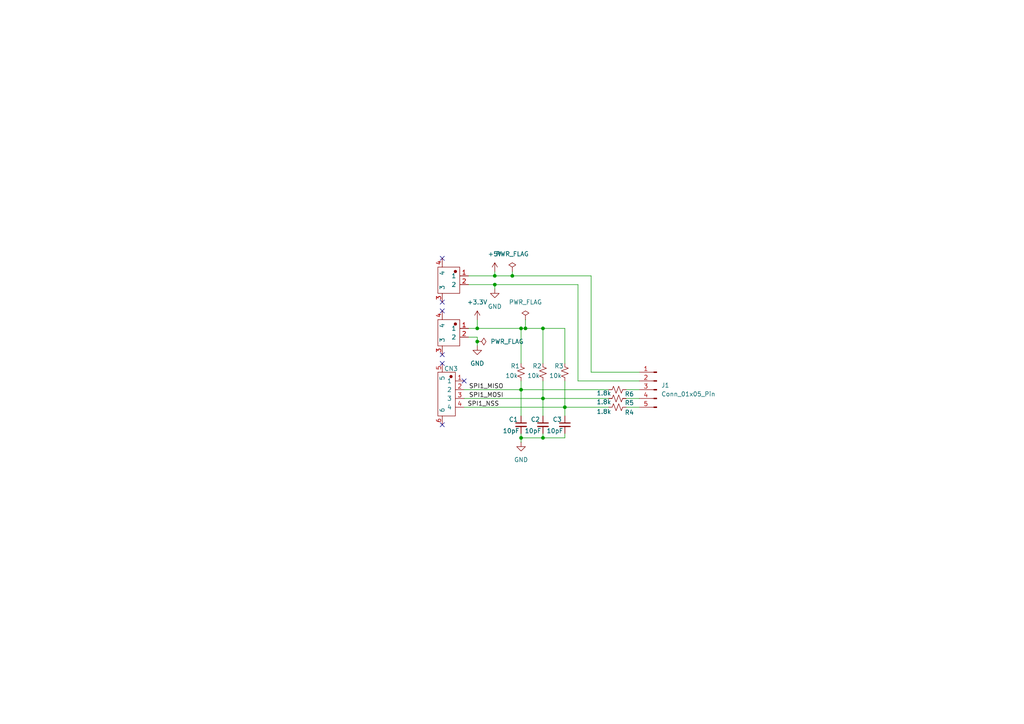
<source format=kicad_sch>
(kicad_sch (version 20250114) (generator "eeschema") (generator_version "9.0")
  (paper "A4")
  (title_block (title "HallConnector") (date "2025-04-08") (rev "Rick") (company "Caw"))
  (lib_symbols
    (symbol "Connector:Conn_01x05_Pin" (pin_names (offset 1.016) (hide yes))
      (property "Reference" "J" (at 0 7.62 0))
      (property "Value" "Conn_01x05_Pin" (at 0 -7.62 0))
      (symbol "Conn_01x05_Pin_1_1"
        (rectangle (start 0.8636 5.207) (end 0 4.953) (stroke (width 0.1524)) (fill (type outline)))
        (rectangle (start 0.8636 2.667) (end 0 2.413) (stroke (width 0.1524)) (fill (type outline)))
        (rectangle (start 0.8636 0.127) (end 0 -0.127) (stroke (width 0.1524)) (fill (type outline)))
        (rectangle (start 0.8636 -2.413) (end 0 -2.667) (stroke (width 0.1524)) (fill (type outline)))
        (rectangle (start 0.8636 -4.953) (end 0 -5.207) (stroke (width 0.1524)) (fill (type outline)))
        (polyline (pts (xy 1.27 5.08) (xy 0.8636 5.08)) (stroke (width 0.1524)))
        (polyline (pts (xy 1.27 2.54) (xy 0.8636 2.54)) (stroke (width 0.1524)))
        (polyline (pts (xy 1.27 0) (xy 0.8636 0)) (stroke (width 0.1524)))
        (polyline (pts (xy 1.27 -2.54) (xy 0.8636 -2.54)) (stroke (width 0.1524)))
        (polyline (pts (xy 1.27 -5.08) (xy 0.8636 -5.08)) (stroke (width 0.1524)))
        (pin passive line (at 5.08 5.08 180) (length 3.81) (name "Pin_1") (number "1"))
        (pin passive line (at 5.08 2.54 180) (length 3.81) (name "Pin_2") (number "2"))
        (pin passive line (at 5.08 0 180) (length 3.81) (name "Pin_3") (number "3"))
        (pin passive line (at 5.08 -2.54 180) (length 3.81) (name "Pin_4") (number "4"))
        (pin passive line (at 5.08 -5.08 180) (length 3.81) (name "Pin_5") (number "5"))
      )
    )
    (symbol "Device:C_Small" (pin_numbers (hide yes)) (pin_names (offset 0.254) (hide yes))
      (property "Reference" "C" (at 0.254 1.778 0))
      (property "Value" "C_Small" (at 0.254 -2.032 0))
      (symbol "C_Small_0_1"
        (polyline (pts (xy -1.524 0.508) (xy 1.524 0.508)) (stroke (width 0.3048)))
        (polyline (pts (xy -1.524 -0.508) (xy 1.524 -0.508)) (stroke (width 0.3302)))
      )
      (symbol "C_Small_1_1"
        (pin passive line (at 0 2.54 270) (length 2.032) (name "~") (number "1"))
        (pin passive line (at 0 -2.54 90) (length 2.032) (name "~") (number "2"))
      )
    )
    (symbol "Device:R_Small_US" (pin_numbers (hide yes)) (pin_names (offset 0.254) (hide yes))
      (property "Reference" "R" (at 0.762 0.508 0))
      (property "Value" "R_Small_US" (at 0.762 -1.016 0))
      (symbol "R_Small_US_1_1"
        (polyline (pts (xy 0 1.524) (xy 1.016 1.143) (xy 0 0.762) (xy -1.016 0.381) (xy 0 0)))
        (polyline (pts (xy 0 0) (xy 1.016 -0.381) (xy 0 -0.762) (xy -1.016 -1.143) (xy 0 -1.524)))
        (pin passive line (at 0 2.54 270) (length 1.016) (name "~") (number "1"))
        (pin passive line (at 0 -2.54 90) (length 1.016) (name "~") (number "2"))
      )
    )
    (symbol "Rick_Connector:WAFER-SH1.0-2PWB" (pin_names (offset 1.016))
      (property "Reference" "U" (at 0 9.144 0))
      (property "Value" "WAFER-SH1.0-2PWB" (at 0 14.224 0))
      (symbol "WAFER-SH1.0-2PWB_1_1"
        (rectangle (start -1.27 3.81) (end 5.08 -3.81) (stroke (width 0.1524)))
        (circle (center 0 2.54) (radius 0.381) (stroke (width 0.1524)) (fill (type outline)))
        (pin input line (at -3.81 1.27 0) (length 2.54) (name "1") (number "1"))
        (pin input line (at -3.81 -1.27 0) (length 2.54) (name "2") (number "2"))
        (pin input line (at 3.81 6.35 270) (length 2.54) (name "4") (number "4"))
        (pin input line (at 3.81 -6.35 90) (length 2.54) (name "3") (number "3"))
      )
    )
    (symbol "Rick_Connector:WAFER-SH1.0-4PWB" (pin_names (offset 1.016))
      (property "Reference" "CN" (at 0 11.7094 0))
      (property "Value" "WAFER-SH1.0-4PWB" (at 0 16.7894 0))
      (symbol "WAFER-SH1.0-4PWB_1_1"
        (rectangle (start -1.27 6.35) (end 3.81 -6.35) (stroke (width 0.1524)))
        (circle (center 0 5.08) (radius 0.381) (stroke (width 0.1524)) (fill (type outline)))
        (pin input line (at -3.81 3.81 0) (length 2.54) (name "1") (number "1"))
        (pin input line (at -3.81 1.27 0) (length 2.54) (name "2") (number "2"))
        (pin input line (at -3.81 -1.27 0) (length 2.54) (name "3") (number "3"))
        (pin input line (at -3.81 -3.81 0) (length 2.54) (name "4") (number "4"))
        (pin input line (at 2.54 8.89 270) (length 2.54) (name "5") (number "5"))
        (pin input line (at 2.54 -8.89 90) (length 2.54) (name "6") (number "6"))
      )
    )
    (symbol "power:+3.3V" (power) (pin_numbers (hide yes)) (pin_names (offset 0) (hide yes))
      (property "Value" "+3.3V" (at 0 3.556 0))
      (symbol "+3.3V_0_1"
        (polyline (pts (xy -0.762 1.27) (xy 0 2.54)))
        (polyline (pts (xy 0 2.54) (xy 0.762 1.27)))
        (polyline (pts (xy 0 0) (xy 0 2.54)))
      )
      (symbol "+3.3V_1_1"
        (pin power_in line (at 0 0 90) (length 0) (name "~") (number "1"))
      )
    )
    (symbol "power:+5V" (power) (pin_numbers (hide yes)) (pin_names (offset 0) (hide yes))
      (property "Value" "+5V" (at 0 3.556 0))
      (symbol "+5V_0_1"
        (polyline (pts (xy -0.762 1.27) (xy 0 2.54)))
        (polyline (pts (xy 0 2.54) (xy 0.762 1.27)))
        (polyline (pts (xy 0 0) (xy 0 2.54)))
      )
      (symbol "+5V_1_1"
        (pin power_in line (at 0 0 90) (length 0) (name "~") (number "1"))
      )
    )
    (symbol "power:GND" (power) (pin_numbers (hide yes)) (pin_names (offset 0) (hide yes))
      (property "Value" "GND" (at 0 -3.81 0))
      (symbol "GND_0_1"
        (polyline (pts (xy 0 0) (xy 0 -1.27) (xy 1.27 -1.27) (xy 0 -2.54) (xy -1.27 -1.27) (xy 0 -1.27)))
      )
      (symbol "GND_1_1"
        (pin power_in line (at 0 0 270) (length 0) (name "~") (number "1"))
      )
    )
    (symbol "power:PWR_FLAG" (power) (pin_numbers (hide yes)) (pin_names (offset 0) (hide yes))
      (property "Value" "PWR_FLAG" (at 0 3.81 0))
      (symbol "PWR_FLAG_0_0"
        (pin power_out line (at 0 0 90) (length 0) (name "~") (number "1"))
      )
      (symbol "PWR_FLAG_0_1"
        (polyline (pts (xy 0 0) (xy 0 1.27) (xy -1.016 1.905) (xy 0 2.54) (xy 1.016 1.905) (xy 0 1.27)))
      )
    )
  )
  (junction (at 151.13 95.25))
  (junction (at 152.4 95.25))
  (junction (at 163.83 118.11))
  (junction (at 138.43 95.25))
  (junction (at 151.13 113.03))
  (junction (at 157.48 95.25))
  (junction (at 138.43 99.06))
  (junction (at 157.48 115.57))
  (junction (at 143.51 80.01))
  (junction (at 157.48 127))
  (junction (at 148.59 80.01))
  (junction (at 151.13 127))
  (junction (at 143.51 82.55))
  (no_connect (at 128.27 90.17))
  (no_connect (at 128.27 87.63))
  (no_connect (at 128.27 102.87))
  (no_connect (at 128.27 123.19))
  (no_connect (at 128.27 74.93))
  (no_connect (at 128.27 105.41))
  (no_connect (at 134.62 110.49))
  (wire (pts (xy 151.13 95.25) (xy 152.4 95.25)))
  (wire (pts (xy 134.62 118.11) (xy 163.83 118.11)))
  (wire (pts (xy 181.61 118.11) (xy 185.42 118.11)))
  (wire (pts (xy 157.48 127) (xy 151.13 127)))
  (wire (pts (xy 167.64 82.55) (xy 167.64 110.49)))
  (wire (pts (xy 181.61 113.03) (xy 185.42 113.03)))
  (wire (pts (xy 152.4 95.25) (xy 157.48 95.25)))
  (wire (pts (xy 163.83 125.73) (xy 163.83 127)))
  (wire (pts (xy 148.59 80.01) (xy 171.45 80.01)))
  (wire (pts (xy 138.43 97.79) (xy 138.43 99.06)))
  (wire (pts (xy 157.48 95.25) (xy 163.83 95.25)))
  (wire (pts (xy 151.13 110.49) (xy 151.13 113.03)))
  (wire (pts (xy 171.45 80.01) (xy 171.45 107.95)))
  (wire (pts (xy 157.48 115.57) (xy 176.53 115.57)))
  (wire (pts (xy 143.51 82.55) (xy 167.64 82.55)))
  (wire (pts (xy 134.62 115.57) (xy 157.48 115.57)))
  (wire (pts (xy 181.61 115.57) (xy 185.42 115.57)))
  (wire (pts (xy 135.89 97.79) (xy 138.43 97.79)))
  (wire (pts (xy 171.45 107.95) (xy 185.42 107.95)))
  (wire (pts (xy 151.13 113.03) (xy 151.13 120.65)))
  (wire (pts (xy 152.4 92.71) (xy 152.4 95.25)))
  (wire (pts (xy 151.13 125.73) (xy 151.13 127)))
  (wire (pts (xy 143.51 80.01) (xy 148.59 80.01)))
  (wire (pts (xy 163.83 127) (xy 157.48 127)))
  (wire (pts (xy 138.43 99.06) (xy 138.43 100.33)))
  (wire (pts (xy 138.43 95.25) (xy 151.13 95.25)))
  (wire (pts (xy 135.89 80.01) (xy 143.51 80.01)))
  (wire (pts (xy 143.51 82.55) (xy 143.51 83.82)))
  (wire (pts (xy 163.83 110.49) (xy 163.83 118.11)))
  (wire (pts (xy 157.48 125.73) (xy 157.48 127)))
  (wire (pts (xy 135.89 82.55) (xy 143.51 82.55)))
  (wire (pts (xy 157.48 115.57) (xy 157.48 120.65)))
  (wire (pts (xy 135.89 95.25) (xy 138.43 95.25)))
  (wire (pts (xy 151.13 127) (xy 151.13 128.27)))
  (wire (pts (xy 134.62 113.03) (xy 151.13 113.03)))
  (wire (pts (xy 138.43 92.71) (xy 138.43 95.25)))
  (wire (pts (xy 151.13 95.25) (xy 151.13 105.41)))
  (wire (pts (xy 163.83 118.11) (xy 176.53 118.11)))
  (wire (pts (xy 148.59 78.74) (xy 148.59 80.01)))
  (wire (pts (xy 163.83 95.25) (xy 163.83 105.41)))
  (wire (pts (xy 163.83 118.11) (xy 163.83 120.65)))
  (wire (pts (xy 151.13 113.03) (xy 176.53 113.03)))
  (wire (pts (xy 143.51 78.74) (xy 143.51 80.01)))
  (wire (pts (xy 167.64 110.49) (xy 185.42 110.49)))
  (wire (pts (xy 157.48 95.25) (xy 157.48 105.41)))
  (wire (pts (xy 157.48 110.49) (xy 157.48 115.57)))
  (label "SPI1_NSS" (at 144.78 118.11 180))
  (label "SPI1_MISO" (at 146.05 113.03 180))
  (label "SPI1_MOSI" (at 146.05 115.57 180))
  (symbol (lib_id "Rick_Connector:WAFER-SH1.0-2PWB") (at 132.08 81.28 0) (mirror y) (unit 1)
    (property "Reference" "U2" (effects (hide yes)))
    (property "Value" "WAFER-SH1.0-2PWB" (effects (hide yes)))
    (property "Footprint" "Rick_Connector:CONN-SMD_2P-P1.00_XUNPU_WAFER-SH1.0-2PWB" (effects (hide yes)))
    (property "SuppliersPartNumber" "C3029341" (effects (hide yes)))
    (property "uuid" "std:b25617d4d4944bb5a333c9a533c58e4a" (effects (hide yes)))
  )
  (symbol (lib_id "Device:R_Small_US") (at 179.07 113.03 90) (unit 1)
    (property "Reference" "R6" (at 183.896 114.3 90) (effects (justify left)))
    (property "Value" "1.8k" (at 177.292 114.046 90) (effects (justify left)))
    (property "Footprint" "Resistor_SMD:R_0603_1608Metric_Pad0.98x0.95mm_HandSolder" (effects (hide yes)))
    (property "Description" "Resistor, small US symbol" (effects (hide yes)))
  )
  (symbol (lib_id "Device:R_Small_US") (at 179.07 115.57 90) (unit 1)
    (property "Reference" "R5" (at 183.896 116.84 90) (effects (justify left)))
    (property "Value" "1.8k" (at 177.292 116.586 90) (effects (justify left)))
    (property "Footprint" "Resistor_SMD:R_0603_1608Metric_Pad0.98x0.95mm_HandSolder" (effects (hide yes)))
    (property "Description" "Resistor, small US symbol" (effects (hide yes)))
  )
  (symbol (lib_id "Device:R_Small_US") (at 163.83 107.95 0) (unit 1)
    (property "Reference" "R3" (at 160.782 106.172 0) (effects (justify left)))
    (property "Value" "10k" (at 159.258 108.966 0) (effects (justify left)))
    (property "Footprint" "Resistor_SMD:R_0603_1608Metric_Pad0.98x0.95mm_HandSolder" (effects (hide yes)))
    (property "Description" "Resistor, small US symbol" (effects (hide yes)))
  )
  (symbol (lib_id "power:PWR_FLAG") (at 148.59 78.74 0) (unit 1)
    (property "Reference" "#FLG01" (effects (hide yes)))
    (property "Value" "PWR_FLAG" (at 148.59 73.66 0))
    (property "Description" "Special symbol for telling ERC where power comes from" (effects (hide yes)))
  )
  (symbol (lib_id "Device:R_Small_US") (at 157.48 107.95 0) (unit 1)
    (property "Reference" "R2" (at 154.432 106.172 0) (effects (justify left)))
    (property "Value" "10k" (at 152.908 108.966 0) (effects (justify left)))
    (property "Footprint" "Resistor_SMD:R_0603_1608Metric_Pad0.98x0.95mm_HandSolder" (effects (hide yes)))
    (property "Description" "Resistor, small US symbol" (effects (hide yes)))
  )
  (symbol (lib_id "Device:R_Small_US") (at 151.13 107.95 0) (unit 1)
    (property "Reference" "R1" (at 148.082 106.172 0) (effects (justify left)))
    (property "Value" "10k" (at 146.558 108.966 0) (effects (justify left)))
    (property "Footprint" "Resistor_SMD:R_0603_1608Metric_Pad0.98x0.95mm_HandSolder" (effects (hide yes)))
    (property "Description" "Resistor, small US symbol" (effects (hide yes)))
  )
  (symbol (lib_id "Rick_Connector:WAFER-SH1.0-4PWB") (at 130.81 114.3 0) (mirror y) (unit 1)
    (property "Reference" "CN3" (at 132.842 106.934 0) (effects (justify left)))
    (property "Value" "WAFER-SH1.0-4PWB" (effects (hide yes)))
    (property "Footprint" "Rick_Connector:CONN-SMD_4P-P1.00_WAFER-SH1.0-4PWB" (effects (hide yes)))
    (property "SuppliersPartNumber" "C3029343" (effects (hide yes)))
    (property "uuid" "std:3aeef2007f6340e5aa158e9b3ba53384" (effects (hide yes)))
  )
  (symbol (lib_id "Device:R_Small_US") (at 179.07 118.11 90) (unit 1)
    (property "Reference" "R4" (at 183.896 119.634 90) (effects (justify left)))
    (property "Value" "1.8k" (at 177.292 119.38 90) (effects (justify left)))
    (property "Footprint" "Resistor_SMD:R_0603_1608Metric_Pad0.98x0.95mm_HandSolder" (effects (hide yes)))
    (property "Description" "Resistor, small US symbol" (effects (hide yes)))
  )
  (symbol (lib_id "Rick_Connector:WAFER-SH1.0-2PWB") (at 132.08 96.52 0) (mirror y) (unit 1)
    (property "Reference" "U1" (effects (hide yes)))
    (property "Value" "WAFER-SH1.0-2PWB" (effects (hide yes)))
    (property "Footprint" "Rick_Connector:CONN-SMD_2P-P1.00_XUNPU_WAFER-SH1.0-2PWB" (effects (hide yes)))
    (property "SuppliersPartNumber" "C3029341" (effects (hide yes)))
    (property "uuid" "std:b25617d4d4944bb5a333c9a533c58e4a" (effects (hide yes)))
  )
  (symbol (lib_id "Device:C_Small") (at 151.13 123.19 0) (unit 1)
    (property "Reference" "C1" (at 147.574 121.666 0) (effects (justify left)))
    (property "Value" "10pF" (at 145.796 124.968 0) (effects (justify left)))
    (property "Footprint" "Capacitor_SMD:C_0603_1608Metric_Pad1.08x0.95mm_HandSolder" (effects (hide yes)))
    (property "Description" "Unpolarized capacitor, small symbol" (effects (hide yes)))
  )
  (symbol (lib_id "power:PWR_FLAG") (at 152.4 92.71 0) (unit 1)
    (property "Reference" "#FLG03" (effects (hide yes)))
    (property "Value" "PWR_FLAG" (at 152.4 87.63 0))
    (property "Description" "Special symbol for telling ERC where power comes from" (effects (hide yes)))
  )
  (symbol (lib_id "power:+3.3V") (at 138.43 92.71 0) (unit 1)
    (property "Reference" "#PWR01" (effects (hide yes)))
    (property "Value" "+3.3V" (at 138.43 87.63 0))
    (property "Description" "Power symbol creates a global label with name \"+3.3V\"" (effects (hide yes)))
  )
  (symbol (lib_id "power:GND") (at 143.51 83.82 0) (unit 1)
    (property "Reference" "#PWR05" (effects (hide yes)))
    (property "Value" "GND" (at 143.51 88.9 0))
    (property "Description" "Power symbol creates a global label with name \"GND\" , ground" (effects (hide yes)))
  )
  (symbol (lib_id "Device:C_Small") (at 163.83 123.19 0) (unit 1)
    (property "Reference" "C3" (at 160.274 121.666 0) (effects (justify left)))
    (property "Value" "10pF" (at 158.496 124.968 0) (effects (justify left)))
    (property "Footprint" "Capacitor_SMD:C_0603_1608Metric_Pad1.08x0.95mm_HandSolder" (effects (hide yes)))
    (property "Description" "Unpolarized capacitor, small symbol" (effects (hide yes)))
  )
  (symbol (lib_id "Connector:Conn_01x05_Pin") (at 190.5 113.03 0) (mirror y) (unit 1)
    (property "Reference" "J1" (at 191.77 111.7599 0) (effects (justify right)))
    (property "Value" "Conn_01x05_Pin" (at 191.77 114.2999 0) (effects (justify right)))
    (property "Footprint" "Connector_PinHeader_2.54mm:PinHeader_1x05_P2.54mm_Vertical" (effects (hide yes)))
    (property "Description" "Generic connector, single row, 01x05, script generated" (effects (hide yes)))
  )
  (symbol (lib_id "power:GND") (at 151.13 128.27 0) (unit 1)
    (property "Reference" "#PWR03" (effects (hide yes)))
    (property "Value" "GND" (at 151.13 133.35 0))
    (property "Description" "Power symbol creates a global label with name \"GND\" , ground" (effects (hide yes)))
  )
  (symbol (lib_id "power:+5V") (at 143.51 78.74 0) (unit 1)
    (property "Reference" "#PWR04" (effects (hide yes)))
    (property "Value" "+5V" (at 143.51 73.66 0))
    (property "Description" "Power symbol creates a global label with name \"+5V\"" (effects (hide yes)))
  )
  (symbol (lib_id "Device:C_Small") (at 157.48 123.19 0) (unit 1)
    (property "Reference" "C2" (at 153.924 121.666 0) (effects (justify left)))
    (property "Value" "10pF" (at 152.146 124.968 0) (effects (justify left)))
    (property "Footprint" "Capacitor_SMD:C_0603_1608Metric_Pad1.08x0.95mm_HandSolder" (effects (hide yes)))
    (property "Description" "Unpolarized capacitor, small symbol" (effects (hide yes)))
  )
  (symbol (lib_id "power:GND") (at 138.43 100.33 0) (unit 1)
    (property "Reference" "#PWR02" (effects (hide yes)))
    (property "Value" "GND" (at 138.43 105.41 0))
    (property "Description" "Power symbol creates a global label with name \"GND\" , ground" (effects (hide yes)))
  )
  (symbol (lib_id "power:PWR_FLAG") (at 138.43 99.06 270) (unit 1)
    (property "Reference" "#FLG02" (effects (hide yes)))
    (property "Value" "PWR_FLAG" (at 142.24 99.0599 90) (effects (justify left)))
    (property "Description" "Special symbol for telling ERC where power comes from" (effects (hide yes)))
  )
)
</source>
